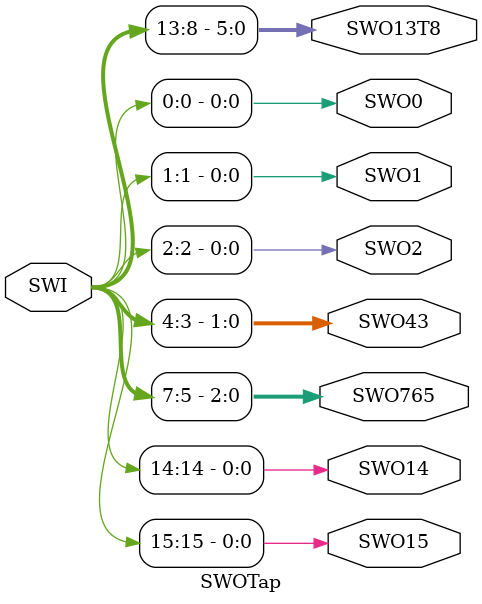
<source format=v>
`timescale 1ns / 1ps


module SWOTap(
    input [15:0] SWI,
    output SWO15,
    output SWO14,
    output [2:0] SWO765,
    output [1:0] SWO43,
    output SWO2,
    output SWO1,
    output SWO0,
    output [5:0] SWO13T8
    );
    assign SWO15 = SWI[15];
    assign SWO14 = SWI[14];
    assign SWO765 = SWI[7:5];
    assign SWO43 = SWI[4:3];
    assign SWO2 = SWI[2];
    assign SWO1 = SWI[1];
    assign SWO0 = SWI[0];
    assign SWO13T8 = SWI[13:8];
endmodule

</source>
